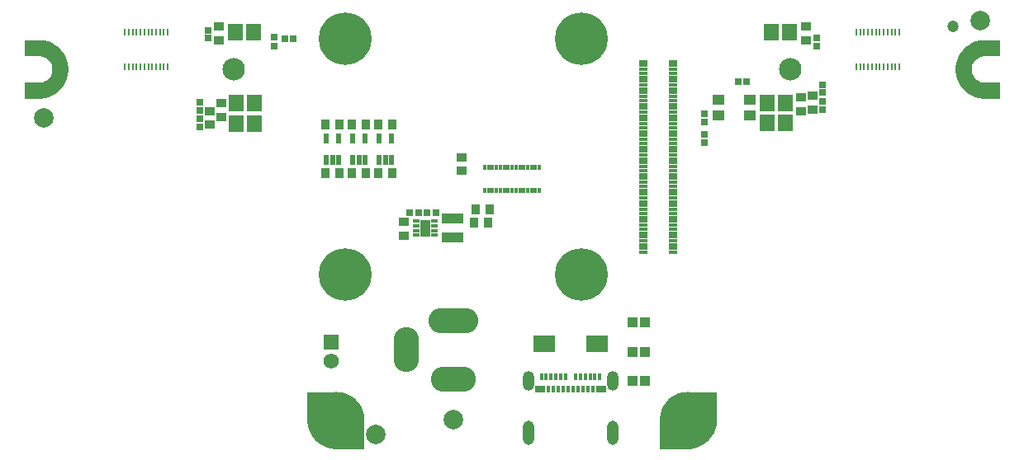
<source format=gbs>
G04*
G04 #@! TF.GenerationSoftware,Altium Limited,Altium Designer,21.2.2 (38)*
G04*
G04 Layer_Color=16711935*
%FSLAX44Y44*%
%MOMM*%
G71*
G04*
G04 #@! TF.SameCoordinates,7DE52ADD-D511-46D7-88EF-845C79EBAF95*
G04*
G04*
G04 #@! TF.FilePolarity,Negative*
G04*
G01*
G75*
%ADD44R,0.9032X1.1032*%
%ADD45R,0.6532X0.7532*%
%ADD46R,1.1032X0.9032*%
%ADD47R,0.7232X0.7232*%
%ADD49C,1.2032*%
%ADD51C,2.0000*%
%ADD56R,1.5032X1.7032*%
%ADD62R,0.7532X0.6532*%
%ADD68C,5.7032*%
%ADD69O,2.6000X4.6000*%
%ADD70O,5.1000X2.6000*%
%ADD71O,4.6000X2.6000*%
%ADD72C,2.0032*%
%ADD73C,5.4000*%
%ADD74O,1.2000X2.0000*%
%ADD75O,1.2000X2.5000*%
%ADD76R,1.5712X1.5712*%
%ADD77C,1.5712*%
%ADD78C,2.3032*%
%ADD79C,0.6096*%
%ADD80C,0.6080*%
%ADD122R,0.2500X0.7500*%
%ADD123R,0.3200X0.6000*%
%ADD124R,0.5000X1.0000*%
%ADD125R,0.6400X0.4200*%
%ADD126R,1.0400X1.7400*%
%ADD127R,1.2032X1.1032*%
%ADD128R,2.2032X1.0032*%
%ADD129R,0.9032X0.3832*%
%ADD130R,0.4000X0.8000*%
%ADD131R,1.1000X0.8000*%
%ADD132R,1.0032X1.0032*%
%ADD133R,2.2032X1.7032*%
G36*
X-179973Y-331500D02*
X-178106Y-331500D01*
X-174406Y-331987D01*
X-170801Y-332953D01*
X-167353Y-334382D01*
X-164120Y-336248D01*
X-161159Y-338520D01*
X-158520Y-341159D01*
X-156248Y-344120D01*
X-154382Y-347353D01*
X-152953Y-350801D01*
X-151987Y-354406D01*
X-151500Y-358107D01*
X-151500Y-359973D01*
X-151500Y-359973D01*
X-151500Y-390000D01*
X-180000D01*
X-181966Y-390000D01*
X-185865Y-389487D01*
X-189664Y-388469D01*
X-193297Y-386964D01*
X-196703Y-384998D01*
X-199823Y-382604D01*
X-202604Y-379823D01*
X-204998Y-376703D01*
X-206964Y-373297D01*
X-208469Y-369664D01*
X-209487Y-365865D01*
X-210000Y-361966D01*
X-210000Y-360000D01*
Y-360000D01*
X-210000Y-331500D01*
X-179973Y-331500D01*
D02*
G37*
G36*
X-500000Y13750D02*
X-485000D01*
X-483652Y13684D01*
X-481009Y13158D01*
X-478518Y12126D01*
X-476277Y10629D01*
X-474371Y8723D01*
X-472874Y6482D01*
X-471842Y3991D01*
X-471316Y1348D01*
X-471250Y0D01*
D01*
Y-0D01*
X-471316Y-1348D01*
X-471842Y-3992D01*
X-472874Y-6482D01*
X-474371Y-8723D01*
X-476277Y-10629D01*
X-478518Y-12126D01*
X-481009Y-13158D01*
X-483652Y-13684D01*
X-485000Y-13750D01*
D01*
X-500000D01*
Y-30000D01*
X-484972D01*
X-483008D01*
X-479112Y-29487D01*
X-475317Y-28470D01*
X-471687Y-26967D01*
X-468285Y-25002D01*
X-465168Y-22610D01*
X-462389Y-19832D01*
X-459998Y-16715D01*
X-458033Y-13313D01*
X-456530Y-9683D01*
X-455513Y-5888D01*
X-455000Y-1992D01*
Y-28D01*
D01*
Y28D01*
Y1992D01*
X-455513Y5888D01*
X-456530Y9683D01*
X-458033Y13313D01*
X-459998Y16715D01*
X-462389Y19832D01*
X-465168Y22610D01*
X-468285Y25002D01*
X-471687Y26967D01*
X-475317Y28470D01*
X-479112Y29487D01*
X-483008Y30000D01*
X-484972D01*
D01*
X-500000D01*
Y13750D01*
D02*
G37*
G36*
X179973Y-331500D02*
X178106Y-331500D01*
X174406Y-331987D01*
X170801Y-332953D01*
X167353Y-334382D01*
X164120Y-336248D01*
X161159Y-338520D01*
X158520Y-341159D01*
X156248Y-344120D01*
X154382Y-347353D01*
X152953Y-350801D01*
X151987Y-354406D01*
X151500Y-358107D01*
X151500Y-359973D01*
X151500Y-359973D01*
X151500Y-390000D01*
X180000D01*
X181966Y-390000D01*
X185865Y-389487D01*
X189664Y-388469D01*
X193297Y-386964D01*
X196703Y-384998D01*
X199823Y-382604D01*
X202604Y-379823D01*
X204998Y-376703D01*
X206964Y-373297D01*
X208469Y-369664D01*
X209487Y-365865D01*
X210000Y-361966D01*
X210000Y-360000D01*
X210000Y-360000D01*
X210000Y-331500D01*
X179973Y-331500D01*
D02*
G37*
G36*
X500000Y13750D02*
X485000D01*
X483652Y13684D01*
X481009Y13158D01*
X478518Y12126D01*
X476277Y10629D01*
X474371Y8723D01*
X472874Y6482D01*
X471842Y3991D01*
X471316Y1348D01*
X471250Y0D01*
D01*
Y-0D01*
X471316Y-1348D01*
X471842Y-3992D01*
X472874Y-6482D01*
X474371Y-8723D01*
X476277Y-10629D01*
X478518Y-12126D01*
X481009Y-13158D01*
X483652Y-13684D01*
X485000Y-13750D01*
D01*
X500000D01*
Y-30000D01*
X484972D01*
X483008D01*
X479112Y-29487D01*
X475317Y-28470D01*
X471687Y-26967D01*
X468285Y-25002D01*
X465168Y-22610D01*
X462389Y-19832D01*
X459998Y-16715D01*
X458033Y-13313D01*
X456530Y-9683D01*
X455513Y-5888D01*
X455000Y-1992D01*
Y-28D01*
D01*
Y28D01*
Y1992D01*
X455513Y5888D01*
X456530Y9683D01*
X458033Y13313D01*
X459998Y16715D01*
X462389Y19832D01*
X465168Y22610D01*
X468285Y25002D01*
X471687Y26967D01*
X475317Y28470D01*
X479112Y29487D01*
X483008Y30000D01*
X484972D01*
D01*
X500000D01*
Y13750D01*
D02*
G37*
D44*
X-123000Y-57000D02*
D03*
X-137000D02*
D03*
X-150000Y-107000D02*
D03*
X-164000D02*
D03*
X-39000Y-157000D02*
D03*
X-25000D02*
D03*
X-150000Y-57000D02*
D03*
X-164000D02*
D03*
X-177000Y-107000D02*
D03*
X-191000D02*
D03*
X-191000Y-57000D02*
D03*
X-177000D02*
D03*
X-123000Y-107000D02*
D03*
X-137000D02*
D03*
X-37000Y-144000D02*
D03*
X-23000D02*
D03*
D45*
X-96000Y-147000D02*
D03*
X-105000D02*
D03*
X-78000D02*
D03*
X-87000D02*
D03*
X-224100Y30988D02*
D03*
X-233100D02*
D03*
X240720Y-12700D02*
D03*
X231720D02*
D03*
D46*
X300990Y43972D02*
D03*
Y29972D02*
D03*
X-111000Y-170762D02*
D03*
Y-156762D02*
D03*
X-51951Y-104475D02*
D03*
Y-90475D02*
D03*
X-300992Y44072D02*
D03*
Y30072D02*
D03*
X-310000Y-57000D02*
D03*
Y-43000D02*
D03*
X-298000Y-35000D02*
D03*
Y-49000D02*
D03*
X295910Y-29068D02*
D03*
Y-43068D02*
D03*
X308102Y-41036D02*
D03*
Y-27036D02*
D03*
D47*
X-312000Y32000D02*
D03*
Y40000D02*
D03*
X-320000Y-59000D02*
D03*
Y-51000D02*
D03*
Y-42000D02*
D03*
Y-34000D02*
D03*
X312000Y32000D02*
D03*
Y24000D02*
D03*
X318000Y-24000D02*
D03*
Y-16000D02*
D03*
Y-33000D02*
D03*
Y-41000D02*
D03*
D49*
X452056Y44218D02*
D03*
D51*
X-140000Y-375000D02*
D03*
X-480000Y-50000D02*
D03*
X480000Y50000D02*
D03*
D56*
X-264992Y38572D02*
D03*
X-283992D02*
D03*
X-283039Y-34953D02*
D03*
X-264039D02*
D03*
X-283039Y-55953D02*
D03*
X-264039D02*
D03*
X280165Y-54918D02*
D03*
X261165D02*
D03*
X280165Y-34918D02*
D03*
X261165D02*
D03*
X284493Y38148D02*
D03*
X265493D02*
D03*
D62*
X197000Y-66500D02*
D03*
Y-75500D02*
D03*
Y-54500D02*
D03*
Y-45500D02*
D03*
X-244000Y23738D02*
D03*
Y32738D02*
D03*
D68*
X180000Y-360000D02*
D03*
X-180000D02*
D03*
D69*
X-108250Y-287750D02*
D03*
D70*
X-60000Y-258000D02*
D03*
D71*
X-60000Y-318000D02*
D03*
D72*
X-60000Y-359750D02*
D03*
D73*
X71000Y-211000D02*
D03*
X-171000D02*
D03*
Y31000D02*
D03*
X71000D02*
D03*
D74*
X103200Y-319600D02*
D03*
X16800D02*
D03*
D75*
X103200Y-373200D02*
D03*
X16800D02*
D03*
D76*
X-185500Y-280000D02*
D03*
D77*
Y-300000D02*
D03*
D78*
X285000Y0D02*
D03*
X-285000D02*
D03*
D79*
X-89000Y-168000D02*
D03*
Y-158000D02*
D03*
D80*
X50250Y-211000D02*
D03*
X91750D02*
D03*
X71000Y-231750D02*
D03*
Y-190250D02*
D03*
X-191750Y-211000D02*
D03*
X-150250D02*
D03*
X-171000Y-231750D02*
D03*
Y-190250D02*
D03*
X-156328Y45672D02*
D03*
X-185672Y16328D02*
D03*
Y45672D02*
D03*
X-156328Y16328D02*
D03*
X85672Y45672D02*
D03*
X56328Y16328D02*
D03*
Y45672D02*
D03*
X85672Y16328D02*
D03*
D122*
X397000Y37750D02*
D03*
X393000D02*
D03*
X389000D02*
D03*
X385000D02*
D03*
X381000D02*
D03*
X377000D02*
D03*
X373000D02*
D03*
X369000D02*
D03*
X365000D02*
D03*
X361000D02*
D03*
X357000D02*
D03*
X353000D02*
D03*
X397000Y2250D02*
D03*
X393000D02*
D03*
X389000D02*
D03*
X385000D02*
D03*
X381000D02*
D03*
X377000D02*
D03*
X373000D02*
D03*
X369000D02*
D03*
X365000D02*
D03*
X361000D02*
D03*
X357000D02*
D03*
X353000D02*
D03*
X-397000D02*
D03*
X-393000D02*
D03*
X-389000D02*
D03*
X-385000D02*
D03*
X-381000D02*
D03*
X-377000D02*
D03*
X-373000D02*
D03*
X-369000D02*
D03*
X-365000D02*
D03*
X-361000D02*
D03*
X-357000D02*
D03*
X-353000D02*
D03*
X-397000Y37750D02*
D03*
X-393000D02*
D03*
X-389000D02*
D03*
X-385000D02*
D03*
X-381000D02*
D03*
X-377000D02*
D03*
X-373000D02*
D03*
X-369000D02*
D03*
X-365000D02*
D03*
X-361000D02*
D03*
X-357000D02*
D03*
X-353000D02*
D03*
D123*
X8000Y-124380D02*
D03*
X12000D02*
D03*
X28000Y-100380D02*
D03*
X24000D02*
D03*
X20000D02*
D03*
X16000D02*
D03*
X12000D02*
D03*
X8000D02*
D03*
X4000D02*
D03*
X0D02*
D03*
X-4000D02*
D03*
X-8000D02*
D03*
X-12000D02*
D03*
X-16000D02*
D03*
X-20000D02*
D03*
X-24000D02*
D03*
X-28000D02*
D03*
Y-124380D02*
D03*
X-24000D02*
D03*
X-20000D02*
D03*
X-16000D02*
D03*
X-12000D02*
D03*
X-8000D02*
D03*
X-4000D02*
D03*
X0D02*
D03*
X4000D02*
D03*
X16000D02*
D03*
X20000D02*
D03*
X24000D02*
D03*
X28000D02*
D03*
D124*
X-136500Y-71000D02*
D03*
Y-93000D02*
D03*
X-123500Y-71000D02*
D03*
Y-93000D02*
D03*
X-130000D02*
D03*
X-163500Y-71000D02*
D03*
Y-93000D02*
D03*
X-150500Y-71000D02*
D03*
Y-93000D02*
D03*
X-157000D02*
D03*
X-184000D02*
D03*
X-177500D02*
D03*
Y-71000D02*
D03*
X-190500Y-93000D02*
D03*
Y-71000D02*
D03*
D125*
X-79500Y-155500D02*
D03*
Y-160500D02*
D03*
Y-165500D02*
D03*
Y-170500D02*
D03*
X-98500Y-155500D02*
D03*
Y-160500D02*
D03*
Y-165500D02*
D03*
Y-170500D02*
D03*
D126*
X-89000Y-163000D02*
D03*
D127*
X211500Y-47500D02*
D03*
Y-31500D02*
D03*
X244000Y-47500D02*
D03*
Y-31500D02*
D03*
D128*
X-61000Y-153000D02*
D03*
Y-173000D02*
D03*
D129*
X134600Y8000D02*
D03*
Y4000D02*
D03*
Y0D02*
D03*
Y-4000D02*
D03*
Y-8000D02*
D03*
Y-12000D02*
D03*
Y-16000D02*
D03*
Y-20000D02*
D03*
Y-24000D02*
D03*
Y-28000D02*
D03*
Y-32000D02*
D03*
Y-36000D02*
D03*
Y-40000D02*
D03*
Y-44000D02*
D03*
Y-48000D02*
D03*
Y-52000D02*
D03*
Y-56000D02*
D03*
Y-60000D02*
D03*
Y-64000D02*
D03*
Y-68000D02*
D03*
Y-72000D02*
D03*
Y-76000D02*
D03*
Y-80000D02*
D03*
Y-84000D02*
D03*
Y-88000D02*
D03*
Y-92000D02*
D03*
Y-96000D02*
D03*
Y-100000D02*
D03*
Y-104000D02*
D03*
Y-108000D02*
D03*
Y-112000D02*
D03*
Y-116000D02*
D03*
Y-120000D02*
D03*
Y-124000D02*
D03*
Y-128000D02*
D03*
Y-132000D02*
D03*
Y-136000D02*
D03*
Y-140000D02*
D03*
Y-144000D02*
D03*
Y-148000D02*
D03*
Y-152000D02*
D03*
Y-156000D02*
D03*
Y-160000D02*
D03*
Y-164000D02*
D03*
Y-168000D02*
D03*
Y-172000D02*
D03*
Y-176000D02*
D03*
Y-180000D02*
D03*
Y-184000D02*
D03*
Y-188000D02*
D03*
X165400Y8000D02*
D03*
Y4000D02*
D03*
Y0D02*
D03*
Y-4000D02*
D03*
Y-8000D02*
D03*
Y-12000D02*
D03*
Y-16000D02*
D03*
Y-20000D02*
D03*
Y-24000D02*
D03*
Y-28000D02*
D03*
Y-32000D02*
D03*
Y-36000D02*
D03*
Y-40000D02*
D03*
Y-44000D02*
D03*
Y-48000D02*
D03*
Y-52000D02*
D03*
Y-56000D02*
D03*
Y-60000D02*
D03*
Y-64000D02*
D03*
Y-68000D02*
D03*
Y-72000D02*
D03*
Y-76000D02*
D03*
Y-80000D02*
D03*
Y-84000D02*
D03*
Y-88000D02*
D03*
Y-92000D02*
D03*
Y-96000D02*
D03*
Y-100000D02*
D03*
Y-104000D02*
D03*
Y-108000D02*
D03*
Y-112000D02*
D03*
Y-116000D02*
D03*
Y-120000D02*
D03*
Y-124000D02*
D03*
Y-128000D02*
D03*
Y-132000D02*
D03*
Y-136000D02*
D03*
Y-140000D02*
D03*
Y-144000D02*
D03*
Y-148000D02*
D03*
Y-152000D02*
D03*
Y-156000D02*
D03*
Y-160000D02*
D03*
Y-164000D02*
D03*
Y-168000D02*
D03*
Y-172000D02*
D03*
Y-176000D02*
D03*
Y-180000D02*
D03*
Y-184000D02*
D03*
Y-188000D02*
D03*
D130*
X37500Y-328500D02*
D03*
X42500D02*
D03*
X90000Y-315500D02*
D03*
X85000D02*
D03*
X80000D02*
D03*
X75000D02*
D03*
X70000D02*
D03*
X65000D02*
D03*
X55000D02*
D03*
X50000D02*
D03*
X45000D02*
D03*
X40000D02*
D03*
X35000D02*
D03*
X30000D02*
D03*
X47500Y-328500D02*
D03*
X52500D02*
D03*
X57500D02*
D03*
X62500D02*
D03*
X67500D02*
D03*
X72500D02*
D03*
X77500D02*
D03*
X82500D02*
D03*
D131*
X29000D02*
D03*
X91000D02*
D03*
D132*
X136250Y-260000D02*
D03*
X123750D02*
D03*
X136250Y-290000D02*
D03*
X123750D02*
D03*
X136250Y-320000D02*
D03*
X123750D02*
D03*
D133*
X33000Y-282000D02*
D03*
X87000D02*
D03*
M02*

</source>
